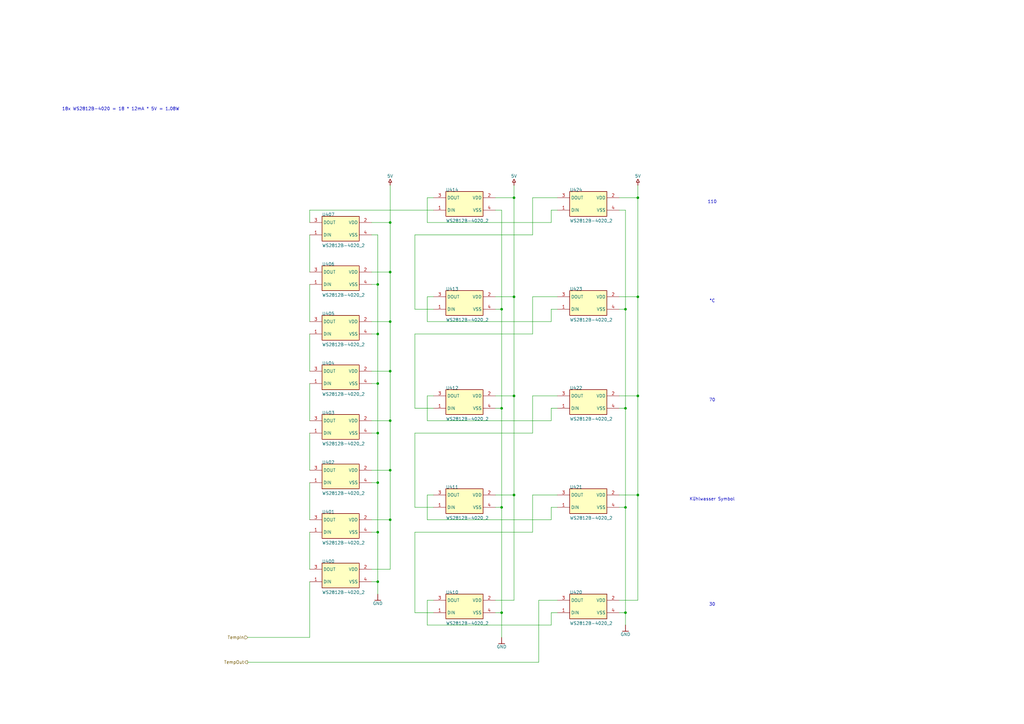
<source format=kicad_sch>
(kicad_sch (version 20231120) (generator "eeschema") (generator_version "8.0")
  (paper "A3")
  (lib_symbols
    (symbol "Speedometer_Tech-altium-import:5V_ARROW" (power)
      (property "Reference" "#PWR" (at 0 0 0))
      (property "Value" "5V" (at 0 3.81 0))
      (symbol "5V_ARROW_0_0"
        (polyline (pts (xy 0 0) (xy 0 -1.27)) (stroke (width 0.254)))
        (polyline (pts (xy -0.635 -1.27) (xy 0.635 -1.27) (xy 0 -2.54) (xy -0.635 -1.27)) (stroke (width 0.254)))
        (pin power_in line (at 0 0 0) (length 0) hide (name "5V") (number ""))
      )
    )
    (symbol "Speedometer_Tech-altium-import:Designator_0_WS2812B-4020_2"
      (symbol "Designator_0_WS2812B-4020_2_1_0"
        (rectangle (start 7.62 5.08) (end -7.62 -5.08) (stroke (width 0.254) (color 128 0 0 1)) (fill (type background)))
        (pin input line (at -12.7 -2.54 0) (length 5.08) (name "DIN") (number "1"))
        (pin power_in line (at 12.7 2.54 180) (length 5.08) (name "VDD") (number "2"))
        (pin output line (at -12.7 2.54 0) (length 5.08) (name "DOUT") (number "3"))
        (pin power_in line (at 12.7 -2.54 180) (length 5.08) (name "VSS") (number "4"))
      )
    )
    (symbol "Speedometer_Tech-altium-import:GND_BAR" (power)
      (property "Reference" "#PWR" (at 0 0 0))
      (property "Value" "GND" (at 0 3.81 0))
      (symbol "GND_BAR_0_0"
        (polyline (pts (xy -1.27 -2.54) (xy 1.27 -2.54)) (stroke (width 0.254)))
        (polyline (pts (xy 0 0) (xy 0 -2.54)) (stroke (width 0.254)))
        (pin power_in line (at 0 0 0) (length 0) hide (name "GND") (number ""))
      )
    )
  )
  (junction (at 154.94 177.6222))
  (junction (at 261.62 162.3822))
  (junction (at 210.82 162.3822))
  (junction (at 210.82 81.1022))
  (junction (at 154.94 238.5822))
  (junction (at 160.02 91.2622))
  (junction (at 160.02 111.5822))
  (junction (at 205.74 208.1022))
  (junction (at 205.74 251.2822))
  (junction (at 154.94 218.2622))
  (junction (at 261.62 121.7422))
  (junction (at 256.54 251.2822))
  (junction (at 154.94 116.6622))
  (junction (at 160.02 131.9022))
  (junction (at 256.54 126.8222))
  (junction (at 154.94 197.9422))
  (junction (at 261.62 203.0222))
  (junction (at 160.02 152.2222))
  (junction (at 160.02 213.1822))
  (junction (at 210.82 121.7422))
  (junction (at 160.02 192.8622))
  (junction (at 205.74 126.8222))
  (junction (at 256.54 208.1022))
  (junction (at 154.94 136.9822))
  (junction (at 154.94 157.3022))
  (junction (at 261.62 81.1022))
  (junction (at 210.82 203.0222))
  (junction (at 256.54 167.4622))
  (junction (at 205.74 167.4622))
  (junction (at 160.02 172.5422))
  (wire (pts (xy 261.62 81.1022) (xy 261.62 121.7422)))
  (wire (pts (xy 170.18 96.3422) (xy 170.18 126.8222)))
  (wire (pts (xy 175.26 121.7422) (xy 175.26 131.9022)))
  (wire (pts (xy 175.26 81.1022) (xy 175.26 91.2622)))
  (wire (pts (xy 160.02 91.2622) (xy 160.02 111.5822)))
  (wire (pts (xy 256.54 251.2822) (xy 256.54 256.3622)))
  (wire (pts (xy 152.4 157.3022) (xy 154.94 157.3022)))
  (wire (pts (xy 160.02 213.1822) (xy 160.02 233.5022)))
  (wire (pts (xy 152.4 192.8622) (xy 160.02 192.8622)))
  (wire (pts (xy 256.54 167.4622) (xy 256.54 208.1022)))
  (wire (pts (xy 152.4 111.5822) (xy 160.02 111.5822)))
  (wire (pts (xy 152.4 152.2222) (xy 160.02 152.2222)))
  (wire (pts (xy 256.54 208.1022) (xy 256.54 251.2822)))
  (wire (pts (xy 226.06 126.8222) (xy 228.6 126.8222)))
  (wire (pts (xy 152.4 197.9422) (xy 154.94 197.9422)))
  (wire (pts (xy 152.4 116.6622) (xy 154.94 116.6622)))
  (wire (pts (xy 177.8 162.3822) (xy 175.26 162.3822)))
  (wire (pts (xy 160.02 76.0222) (xy 160.02 91.2622)))
  (wire (pts (xy 228.6 121.7422) (xy 218.44 121.7422)))
  (wire (pts (xy 160.02 192.8622) (xy 160.02 213.1822)))
  (wire (pts (xy 127 111.5822) (xy 127 96.3422)))
  (wire (pts (xy 175.26 203.0222) (xy 175.26 213.1822)))
  (wire (pts (xy 261.62 121.7422) (xy 261.62 162.3822)))
  (wire (pts (xy 210.82 81.1022) (xy 210.82 76.0222)))
  (wire (pts (xy 203.2 121.7422) (xy 210.82 121.7422)))
  (wire (pts (xy 261.62 246.2022) (xy 254 246.2022)))
  (wire (pts (xy 127 218.2622) (xy 127 233.5022)))
  (wire (pts (xy 203.2 162.3822) (xy 210.82 162.3822)))
  (wire (pts (xy 218.44 203.0222) (xy 218.44 218.2622)))
  (wire (pts (xy 210.82 81.1022) (xy 210.82 121.7422)))
  (wire (pts (xy 160.02 152.2222) (xy 160.02 172.5422)))
  (wire (pts (xy 170.18 126.8222) (xy 177.8 126.8222)))
  (wire (pts (xy 228.6 203.0222) (xy 218.44 203.0222)))
  (wire (pts (xy 261.62 81.1022) (xy 261.62 76.0222)))
  (wire (pts (xy 203.2 208.1022) (xy 205.74 208.1022)))
  (wire (pts (xy 203.2 203.0222) (xy 210.82 203.0222)))
  (wire (pts (xy 254 251.2822) (xy 256.54 251.2822)))
  (wire (pts (xy 175.26 131.9022) (xy 226.06 131.9022)))
  (wire (pts (xy 218.44 96.3422) (xy 170.18 96.3422)))
  (wire (pts (xy 226.06 167.4622) (xy 228.6 167.4622)))
  (wire (pts (xy 254 121.7422) (xy 261.62 121.7422)))
  (wire (pts (xy 256.54 86.1822) (xy 256.54 126.8222)))
  (wire (pts (xy 261.62 162.3822) (xy 261.62 203.0222)))
  (wire (pts (xy 226.06 86.1822) (xy 228.6 86.1822)))
  (wire (pts (xy 218.44 81.1022) (xy 218.44 96.3422)))
  (wire (pts (xy 175.26 213.1822) (xy 226.06 213.1822)))
  (wire (pts (xy 154.94 177.6222) (xy 154.94 157.3022)))
  (wire (pts (xy 205.74 126.8222) (xy 205.74 167.4622)))
  (wire (pts (xy 175.26 256.3622) (xy 226.06 256.3622)))
  (wire (pts (xy 177.8 121.7422) (xy 175.26 121.7422)))
  (wire (pts (xy 226.06 208.1022) (xy 228.6 208.1022)))
  (wire (pts (xy 218.44 177.6222) (xy 170.18 177.6222)))
  (wire (pts (xy 226.06 256.3622) (xy 226.06 251.2822)))
  (wire (pts (xy 160.02 172.5422) (xy 160.02 192.8622)))
  (wire (pts (xy 177.8 246.2022) (xy 175.26 246.2022)))
  (wire (pts (xy 127 86.1822) (xy 177.8 86.1822)))
  (wire (pts (xy 210.82 203.0222) (xy 210.82 246.2022)))
  (wire (pts (xy 203.2 81.1022) (xy 210.82 81.1022)))
  (wire (pts (xy 152.4 238.5822) (xy 154.94 238.5822)))
  (wire (pts (xy 152.4 131.9022) (xy 160.02 131.9022)))
  (wire (pts (xy 261.62 203.0222) (xy 261.62 246.2022)))
  (wire (pts (xy 152.4 213.1822) (xy 160.02 213.1822)))
  (wire (pts (xy 152.4 177.6222) (xy 154.94 177.6222)))
  (wire (pts (xy 160.02 111.5822) (xy 160.02 131.9022)))
  (wire (pts (xy 160.02 233.5022) (xy 152.4 233.5022)))
  (wire (pts (xy 220.98 271.6022) (xy 101.6 271.6022)))
  (wire (pts (xy 154.94 238.5822) (xy 154.94 218.2622)))
  (wire (pts (xy 226.06 213.1822) (xy 226.06 208.1022)))
  (wire (pts (xy 203.2 126.8222) (xy 205.74 126.8222)))
  (wire (pts (xy 175.26 162.3822) (xy 175.26 172.5422)))
  (wire (pts (xy 154.94 116.6622) (xy 154.94 96.3422)))
  (wire (pts (xy 220.98 246.2022) (xy 220.98 271.6022)))
  (wire (pts (xy 210.82 121.7422) (xy 210.82 162.3822)))
  (wire (pts (xy 154.94 136.9822) (xy 154.94 116.6622)))
  (wire (pts (xy 228.6 162.3822) (xy 218.44 162.3822)))
  (wire (pts (xy 205.74 86.1822) (xy 205.74 126.8222)))
  (wire (pts (xy 254 86.1822) (xy 256.54 86.1822)))
  (wire (pts (xy 254 126.8222) (xy 256.54 126.8222)))
  (wire (pts (xy 170.18 136.9822) (xy 170.18 167.4622)))
  (wire (pts (xy 127 116.6622) (xy 127 131.9022)))
  (wire (pts (xy 127 91.2622) (xy 127 86.1822)))
  (wire (pts (xy 170.18 251.2822) (xy 177.8 251.2822)))
  (wire (pts (xy 154.94 197.9422) (xy 154.94 177.6222)))
  (wire (pts (xy 254 208.1022) (xy 256.54 208.1022)))
  (wire (pts (xy 226.06 91.2622) (xy 226.06 86.1822)))
  (wire (pts (xy 203.2 167.4622) (xy 205.74 167.4622)))
  (wire (pts (xy 127 261.4422) (xy 101.6 261.4422)))
  (wire (pts (xy 226.06 172.5422) (xy 226.06 167.4622)))
  (wire (pts (xy 254 167.4622) (xy 256.54 167.4622)))
  (wire (pts (xy 127 157.3022) (xy 127 172.5422)))
  (wire (pts (xy 154.94 243.6622) (xy 154.94 238.5822)))
  (wire (pts (xy 152.4 172.5422) (xy 160.02 172.5422)))
  (wire (pts (xy 256.54 126.8222) (xy 256.54 167.4622)))
  (wire (pts (xy 175.26 172.5422) (xy 226.06 172.5422)))
  (wire (pts (xy 205.74 251.2822) (xy 203.2 251.2822)))
  (wire (pts (xy 210.82 162.3822) (xy 210.82 203.0222)))
  (wire (pts (xy 127 213.1822) (xy 127 197.9422)))
  (wire (pts (xy 254 81.1022) (xy 261.62 81.1022)))
  (wire (pts (xy 152.4 218.2622) (xy 154.94 218.2622)))
  (wire (pts (xy 170.18 177.6222) (xy 170.18 208.1022)))
  (wire (pts (xy 177.8 203.0222) (xy 175.26 203.0222)))
  (wire (pts (xy 210.82 246.2022) (xy 203.2 246.2022)))
  (wire (pts (xy 127 136.9822) (xy 127 152.2222)))
  (wire (pts (xy 152.4 91.2622) (xy 160.02 91.2622)))
  (wire (pts (xy 154.94 96.3422) (xy 152.4 96.3422)))
  (wire (pts (xy 226.06 251.2822) (xy 228.6 251.2822)))
  (wire (pts (xy 152.4 136.9822) (xy 154.94 136.9822)))
  (wire (pts (xy 127 238.5822) (xy 127 261.4422)))
  (wire (pts (xy 177.8 81.1022) (xy 175.26 81.1022)))
  (wire (pts (xy 175.26 246.2022) (xy 175.26 256.3622)))
  (wire (pts (xy 254 203.0222) (xy 261.62 203.0222)))
  (wire (pts (xy 154.94 157.3022) (xy 154.94 136.9822)))
  (wire (pts (xy 127 177.6222) (xy 127 192.8622)))
  (wire (pts (xy 170.18 208.1022) (xy 177.8 208.1022)))
  (wire (pts (xy 154.94 218.2622) (xy 154.94 197.9422)))
  (wire (pts (xy 228.6 246.2022) (xy 220.98 246.2022)))
  (wire (pts (xy 175.26 91.2622) (xy 226.06 91.2622)))
  (wire (pts (xy 160.02 131.9022) (xy 160.02 152.2222)))
  (wire (pts (xy 203.2 86.1822) (xy 205.74 86.1822)))
  (wire (pts (xy 218.44 162.3822) (xy 218.44 177.6222)))
  (wire (pts (xy 228.6 81.1022) (xy 218.44 81.1022)))
  (wire (pts (xy 218.44 121.7422) (xy 218.44 136.9822)))
  (wire (pts (xy 254 162.3822) (xy 261.62 162.3822)))
  (wire (pts (xy 205.74 167.4622) (xy 205.74 208.1022)))
  (wire (pts (xy 205.74 251.2822) (xy 205.74 261.4422)))
  (wire (pts (xy 170.18 167.4622) (xy 177.8 167.4622)))
  (wire (pts (xy 218.44 218.2622) (xy 170.18 218.2622)))
  (wire (pts (xy 205.74 208.1022) (xy 205.74 251.2822)))
  (wire (pts (xy 218.44 136.9822) (xy 170.18 136.9822)))
  (wire (pts (xy 226.06 131.9022) (xy 226.06 126.8222)))
  (wire (pts (xy 170.18 218.2622) (xy 170.18 251.2822)))
  (text "18x WS2812B-4020 = 18 * 12mA * 5V = 1.08W" (at 25.4 45.5422 0) (effects (font (size 1.27 1.27)) (justify left bottom)))
  (text "°C" (at 292.1 124.2822 0) (effects (font (size 1.27 1.27)) (justify bottom)))
  (text "30" (at 292.1 248.7422 0) (effects (font (size 1.27 1.27)) (justify bottom)))
  (text "70" (at 292.1 164.9222 0) (effects (font (size 1.27 1.27)) (justify bottom)))
  (text "Kühlwasser Symbol" (at 292.1 205.5622 0) (effects (font (size 1.27 1.27)) (justify bottom)))
  (text "110" (at 292.1 83.6422 0) (effects (font (size 1.27 1.27)) (justify bottom)))
  (hierarchical_label "TempOut" (shape output) (at 101.6 271.6022 180))
  (hierarchical_label "TempIn" (shape input) (at 101.6 261.4422 180))
  (symbol (lib_id "Speedometer_Tech-altium-import:Designator_0_WS2812B-4020_2") (at 241.3 124.2822 0) (unit 1)
    (property "Reference" "U423" (at 233.68 119.2022 0) (effects (justify left bottom)))
    (property "Value" "WS2812B-4020_2" (at 233.68 131.9022 0) (effects (justify left bottom)))
    (property "Footprint" "LED_WS2812B-4020" (effects (hide yes)))
    (property "Description" "12mA RGB SMD,2x4mm Light Emitting Diodes" (effects (hide yes)))
    (property "PRICE" "None" (effects (hide yes)))
    (property "MP" "WS2812B-4020" (effects (hide yes)))
    (property "AVAILABILITY" "Not in stock" (effects (hide yes)))
    (property "SNAPEDA_LINK" "https://www.snapeda.com/parts/WS2812B-4020/Worldsemi/view-part/?ref=snap" (effects (hide yes)))
    (property "CHECK_PRICES" "https://www.snapeda.com/parts/WS2812B-4020/Worldsemi/view-part/?ref=eda" (effects (hide yes)))
    (property "ALTIUM_VALUE" "*" (effects (hide yes)))
    (property "PACKAGE" "Package" (effects (hide yes)))
    (property "MF" "Worldsemi" (effects (hide yes)))
  )
  (symbol (lib_id "Speedometer_Tech-altium-import:GND_BAR") (at 256.54 256.3622 0) (unit 1)
    (property "Reference" "#PWR?" (effects (hide yes)))
    (property "Value" "GND" (at 256.54 260.1722 0))
  )
  (symbol (lib_id "Speedometer_Tech-altium-import:5V_ARROW") (at 261.62 76.0222 180) (unit 1)
    (property "Reference" "#PWR?" (effects (hide yes)))
    (property "Value" "5V" (at 261.62 72.2122 0))
  )
  (symbol (lib_id "Speedometer_Tech-altium-import:5V_ARROW") (at 210.82 76.0222 180) (unit 1)
    (property "Reference" "#PWR?" (effects (hide yes)))
    (property "Value" "5V" (at 210.82 72.2122 0))
  )
  (symbol (lib_id "Speedometer_Tech-altium-import:Designator_0_WS2812B-4020_2") (at 139.7 215.7222 0) (unit 1)
    (property "Reference" "U401" (at 132.08 210.6422 0) (effects (justify left bottom)))
    (property "Value" "WS2812B-4020_2" (at 132.08 223.3422 0) (effects (justify left bottom)))
    (property "Footprint" "LED_WS2812B-4020" (effects (hide yes)))
    (property "Description" "12mA RGB SMD,2x4mm Light Emitting Diodes" (effects (hide yes)))
    (property "PRICE" "None" (effects (hide yes)))
    (property "MP" "WS2812B-4020" (effects (hide yes)))
    (property "AVAILABILITY" "Not in stock" (effects (hide yes)))
    (property "SNAPEDA_LINK" "https://www.snapeda.com/parts/WS2812B-4020/Worldsemi/view-part/?ref=snap" (effects (hide yes)))
    (property "CHECK_PRICES" "https://www.snapeda.com/parts/WS2812B-4020/Worldsemi/view-part/?ref=eda" (effects (hide yes)))
    (property "ALTIUM_VALUE" "*" (effects (hide yes)))
    (property "PACKAGE" "Package" (effects (hide yes)))
    (property "MF" "Worldsemi" (effects (hide yes)))
  )
  (symbol (lib_id "Speedometer_Tech-altium-import:Designator_0_WS2812B-4020_2") (at 241.3 248.7422 0) (unit 1)
    (property "Reference" "U420" (at 233.68 243.6622 0) (effects (justify left bottom)))
    (property "Value" "WS2812B-4020_2" (at 233.68 256.3622 0) (effects (justify left bottom)))
    (property "Footprint" "LED_WS2812B-4020" (effects (hide yes)))
    (property "Description" "12mA RGB SMD,2x4mm Light Emitting Diodes" (effects (hide yes)))
    (property "PRICE" "None" (effects (hide yes)))
    (property "MP" "WS2812B-4020" (effects (hide yes)))
    (property "AVAILABILITY" "Not in stock" (effects (hide yes)))
    (property "SNAPEDA_LINK" "https://www.snapeda.com/parts/WS2812B-4020/Worldsemi/view-part/?ref=snap" (effects (hide yes)))
    (property "CHECK_PRICES" "https://www.snapeda.com/parts/WS2812B-4020/Worldsemi/view-part/?ref=eda" (effects (hide yes)))
    (property "ALTIUM_VALUE" "*" (effects (hide yes)))
    (property "PACKAGE" "Package" (effects (hide yes)))
    (property "MF" "Worldsemi" (effects (hide yes)))
  )
  (symbol (lib_id "Speedometer_Tech-altium-import:5V_ARROW") (at 160.02 76.0222 180) (unit 1)
    (property "Reference" "#PWR?" (effects (hide yes)))
    (property "Value" "5V" (at 160.02 72.2122 0))
  )
  (symbol (lib_id "Speedometer_Tech-altium-import:Designator_0_WS2812B-4020_2") (at 190.5 124.2822 0) (unit 1)
    (property "Reference" "U413" (at 182.88 119.2022 0) (effects (justify left bottom)))
    (property "Value" "WS2812B-4020_2" (at 182.88 131.9022 0) (effects (justify left bottom)))
    (property "Footprint" "LED_WS2812B-4020" (effects (hide yes)))
    (property "Description" "12mA RGB SMD,2x4mm Light Emitting Diodes" (effects (hide yes)))
    (property "PRICE" "None" (effects (hide yes)))
    (property "MP" "WS2812B-4020" (effects (hide yes)))
    (property "AVAILABILITY" "Not in stock" (effects (hide yes)))
    (property "SNAPEDA_LINK" "https://www.snapeda.com/parts/WS2812B-4020/Worldsemi/view-part/?ref=snap" (effects (hide yes)))
    (property "CHECK_PRICES" "https://www.snapeda.com/parts/WS2812B-4020/Worldsemi/view-part/?ref=eda" (effects (hide yes)))
    (property "ALTIUM_VALUE" "*" (effects (hide yes)))
    (property "PACKAGE" "Package" (effects (hide yes)))
    (property "MF" "Worldsemi" (effects (hide yes)))
  )
  (symbol (lib_id "Speedometer_Tech-altium-import:Designator_0_WS2812B-4020_2") (at 139.7 175.0822 0) (unit 1)
    (property "Reference" "U403" (at 132.08 170.0022 0) (effects (justify left bottom)))
    (property "Value" "WS2812B-4020_2" (at 132.08 182.7022 0) (effects (justify left bottom)))
    (property "Footprint" "LED_WS2812B-4020" (effects (hide yes)))
    (property "Description" "12mA RGB SMD,2x4mm Light Emitting Diodes" (effects (hide yes)))
    (property "PRICE" "None" (effects (hide yes)))
    (property "MP" "WS2812B-4020" (effects (hide yes)))
    (property "AVAILABILITY" "Not in stock" (effects (hide yes)))
    (property "SNAPEDA_LINK" "https://www.snapeda.com/parts/WS2812B-4020/Worldsemi/view-part/?ref=snap" (effects (hide yes)))
    (property "CHECK_PRICES" "https://www.snapeda.com/parts/WS2812B-4020/Worldsemi/view-part/?ref=eda" (effects (hide yes)))
    (property "ALTIUM_VALUE" "*" (effects (hide yes)))
    (property "PACKAGE" "Package" (effects (hide yes)))
    (property "MF" "Worldsemi" (effects (hide yes)))
  )
  (symbol (lib_id "Speedometer_Tech-altium-import:Designator_0_WS2812B-4020_2") (at 139.7 236.0422 0) (unit 1)
    (property "Reference" "U400" (at 132.08 230.9622 0) (effects (justify left bottom)))
    (property "Value" "WS2812B-4020_2" (at 132.08 243.6622 0) (effects (justify left bottom)))
    (property "Footprint" "LED_WS2812B-4020" (effects (hide yes)))
    (property "Description" "12mA RGB SMD,2x4mm Light Emitting Diodes" (effects (hide yes)))
    (property "PRICE" "None" (effects (hide yes)))
    (property "MP" "WS2812B-4020" (effects (hide yes)))
    (property "AVAILABILITY" "Not in stock" (effects (hide yes)))
    (property "SNAPEDA_LINK" "https://www.snapeda.com/parts/WS2812B-4020/Worldsemi/view-part/?ref=snap" (effects (hide yes)))
    (property "CHECK_PRICES" "https://www.snapeda.com/parts/WS2812B-4020/Worldsemi/view-part/?ref=eda" (effects (hide yes)))
    (property "ALTIUM_VALUE" "*" (effects (hide yes)))
    (property "PACKAGE" "Package" (effects (hide yes)))
    (property "MF" "Worldsemi" (effects (hide yes)))
  )
  (symbol (lib_id "Speedometer_Tech-altium-import:Designator_0_WS2812B-4020_2") (at 139.7 93.8022 0) (unit 1)
    (property "Reference" "U407" (at 132.08 88.7222 0) (effects (justify left bottom)))
    (property "Value" "WS2812B-4020_2" (at 132.08 101.4222 0) (effects (justify left bottom)))
    (property "Footprint" "LED_WS2812B-4020" (effects (hide yes)))
    (property "Description" "12mA RGB SMD,2x4mm Light Emitting Diodes" (effects (hide yes)))
    (property "PRICE" "None" (effects (hide yes)))
    (property "MP" "WS2812B-4020" (effects (hide yes)))
    (property "AVAILABILITY" "Not in stock" (effects (hide yes)))
    (property "SNAPEDA_LINK" "https://www.snapeda.com/parts/WS2812B-4020/Worldsemi/view-part/?ref=snap" (effects (hide yes)))
    (property "CHECK_PRICES" "https://www.snapeda.com/parts/WS2812B-4020/Worldsemi/view-part/?ref=eda" (effects (hide yes)))
    (property "ALTIUM_VALUE" "*" (effects (hide yes)))
    (property "PACKAGE" "Package" (effects (hide yes)))
    (property "MF" "Worldsemi" (effects (hide yes)))
  )
  (symbol (lib_id "Speedometer_Tech-altium-import:GND_BAR") (at 205.74 261.4422 0) (unit 1)
    (property "Reference" "#PWR?" (effects (hide yes)))
    (property "Value" "GND" (at 205.74 265.2522 0))
  )
  (symbol (lib_id "Speedometer_Tech-altium-import:Designator_0_WS2812B-4020_2") (at 190.5 83.6422 0) (unit 1)
    (property "Reference" "U414" (at 182.88 78.5622 0) (effects (justify left bottom)))
    (property "Value" "WS2812B-4020_2" (at 182.88 91.2622 0) (effects (justify left bottom)))
    (property "Footprint" "LED_WS2812B-4020" (effects (hide yes)))
    (property "Description" "12mA RGB SMD,2x4mm Light Emitting Diodes" (effects (hide yes)))
    (property "PRICE" "None" (effects (hide yes)))
    (property "MP" "WS2812B-4020" (effects (hide yes)))
    (property "AVAILABILITY" "Not in stock" (effects (hide yes)))
    (property "SNAPEDA_LINK" "https://www.snapeda.com/parts/WS2812B-4020/Worldsemi/view-part/?ref=snap" (effects (hide yes)))
    (property "CHECK_PRICES" "https://www.snapeda.com/parts/WS2812B-4020/Worldsemi/view-part/?ref=eda" (effects (hide yes)))
    (property "ALTIUM_VALUE" "*" (effects (hide yes)))
    (property "PACKAGE" "Package" (effects (hide yes)))
    (property "MF" "Worldsemi" (effects (hide yes)))
  )
  (symbol (lib_id "Speedometer_Tech-altium-import:Designator_0_WS2812B-4020_2") (at 139.7 195.4022 0) (unit 1)
    (property "Reference" "U402" (at 132.08 190.3222 0) (effects (justify left bottom)))
    (property "Value" "WS2812B-4020_2" (at 132.08 203.0222 0) (effects (justify left bottom)))
    (property "Footprint" "LED_WS2812B-4020" (effects (hide yes)))
    (property "Description" "12mA RGB SMD,2x4mm Light Emitting Diodes" (effects (hide yes)))
    (property "PRICE" "None" (effects (hide yes)))
    (property "MP" "WS2812B-4020" (effects (hide yes)))
    (property "AVAILABILITY" "Not in stock" (effects (hide yes)))
    (property "SNAPEDA_LINK" "https://www.snapeda.com/parts/WS2812B-4020/Worldsemi/view-part/?ref=snap" (effects (hide yes)))
    (property "CHECK_PRICES" "https://www.snapeda.com/parts/WS2812B-4020/Worldsemi/view-part/?ref=eda" (effects (hide yes)))
    (property "ALTIUM_VALUE" "*" (effects (hide yes)))
    (property "PACKAGE" "Package" (effects (hide yes)))
    (property "MF" "Worldsemi" (effects (hide yes)))
  )
  (symbol (lib_id "Speedometer_Tech-altium-import:Designator_0_WS2812B-4020_2") (at 190.5 248.7422 0) (unit 1)
    (property "Reference" "U410" (at 182.88 243.6622 0) (effects (justify left bottom)))
    (property "Value" "WS2812B-4020_2" (at 182.88 256.3622 0) (effects (justify left bottom)))
    (property "Footprint" "LED_WS2812B-4020" (effects (hide yes)))
    (property "Description" "12mA RGB SMD,2x4mm Light Emitting Diodes" (effects (hide yes)))
    (property "PRICE" "None" (effects (hide yes)))
    (property "MP" "WS2812B-4020" (effects (hide yes)))
    (property "AVAILABILITY" "Not in stock" (effects (hide yes)))
    (property "SNAPEDA_LINK" "https://www.snapeda.com/parts/WS2812B-4020/Worldsemi/view-part/?ref=snap" (effects (hide yes)))
    (property "CHECK_PRICES" "https://www.snapeda.com/parts/WS2812B-4020/Worldsemi/view-part/?ref=eda" (effects (hide yes)))
    (property "ALTIUM_VALUE" "*" (effects (hide yes)))
    (property "PACKAGE" "Package" (effects (hide yes)))
    (property "MF" "Worldsemi" (effects (hide yes)))
  )
  (symbol (lib_id "Speedometer_Tech-altium-import:Designator_0_WS2812B-4020_2") (at 241.3 83.6422 0) (unit 1)
    (property "Reference" "U424" (at 233.68 78.5622 0) (effects (justify left bottom)))
    (property "Value" "WS2812B-4020_2" (at 233.68 91.2622 0) (effects (justify left bottom)))
    (property "Footprint" "LED_WS2812B-4020" (effects (hide yes)))
    (property "Description" "12mA RGB SMD,2x4mm Light Emitting Diodes" (effects (hide yes)))
    (property "PRICE" "None" (effects (hide yes)))
    (property "MP" "WS2812B-4020" (effects (hide yes)))
    (property "AVAILABILITY" "Not in stock" (effects (hide yes)))
    (property "SNAPEDA_LINK" "https://www.snapeda.com/parts/WS2812B-4020/Worldsemi/view-part/?ref=snap" (effects (hide yes)))
    (property "CHECK_PRICES" "https://www.snapeda.com/parts/WS2812B-4020/Worldsemi/view-part/?ref=eda" (effects (hide yes)))
    (property "ALTIUM_VALUE" "*" (effects (hide yes)))
    (property "PACKAGE" "Package" (effects (hide yes)))
    (property "MF" "Worldsemi" (effects (hide yes)))
  )
  (symbol (lib_id "Speedometer_Tech-altium-import:Designator_0_WS2812B-4020_2") (at 241.3 164.9222 0) (unit 1)
    (property "Reference" "U422" (at 233.68 159.8422 0) (effects (justify left bottom)))
    (property "Value" "WS2812B-4020_2" (at 233.68 172.5422 0) (effects (justify left bottom)))
    (property "Footprint" "LED_WS2812B-4020" (effects (hide yes)))
    (property "Description" "12mA RGB SMD,2x4mm Light Emitting Diodes" (effects (hide yes)))
    (property "PRICE" "None" (effects (hide yes)))
    (property "MP" "WS2812B-4020" (effects (hide yes)))
    (property "AVAILABILITY" "Not in stock" (effects (hide yes)))
    (property "SNAPEDA_LINK" "https://www.snapeda.com/parts/WS2812B-4020/Worldsemi/view-part/?ref=snap" (effects (hide yes)))
    (property "CHECK_PRICES" "https://www.snapeda.com/parts/WS2812B-4020/Worldsemi/view-part/?ref=eda" (effects (hide yes)))
    (property "ALTIUM_VALUE" "*" (effects (hide yes)))
    (property "PACKAGE" "Package" (effects (hide yes)))
    (property "MF" "Worldsemi" (effects (hide yes)))
  )
  (symbol (lib_id "Speedometer_Tech-altium-import:Designator_0_WS2812B-4020_2") (at 139.7 154.7622 0) (unit 1)
    (property "Reference" "U404" (at 132.08 149.6822 0) (effects (justify left bottom)))
    (property "Value" "WS2812B-4020_2" (at 132.08 162.3822 0) (effects (justify left bottom)))
    (property "Footprint" "LED_WS2812B-4020" (effects (hide yes)))
    (property "Description" "12mA RGB SMD,2x4mm Light Emitting Diodes" (effects (hide yes)))
    (property "PRICE" "None" (effects (hide yes)))
    (property "MP" "WS2812B-4020" (effects (hide yes)))
    (property "AVAILABILITY" "Not in stock" (effects (hide yes)))
    (property "SNAPEDA_LINK" "https://www.snapeda.com/parts/WS2812B-4020/Worldsemi/view-part/?ref=snap" (effects (hide yes)))
    (property "CHECK_PRICES" "https://www.snapeda.com/parts/WS2812B-4020/Worldsemi/view-part/?ref=eda" (effects (hide yes)))
    (property "ALTIUM_VALUE" "*" (effects (hide yes)))
    (property "PACKAGE" "Package" (effects (hide yes)))
    (property "MF" "Worldsemi" (effects (hide yes)))
  )
  (symbol (lib_id "Speedometer_Tech-altium-import:GND_BAR") (at 154.94 243.6622 0) (unit 1)
    (property "Reference" "#PWR?" (effects (hide yes)))
    (property "Value" "GND" (at 154.94 247.4722 0))
  )
  (symbol (lib_id "Speedometer_Tech-altium-import:Designator_0_WS2812B-4020_2") (at 241.3 205.5622 0) (unit 1)
    (property "Reference" "U421" (at 233.68 200.4822 0) (effects (justify left bottom)))
    (property "Value" "WS2812B-4020_2" (at 233.68 213.1822 0) (effects (justify left bottom)))
    (property "Footprint" "LED_WS2812B-4020" (effects (hide yes)))
    (property "Description" "12mA RGB SMD,2x4mm Light Emitting Diodes" (effects (hide yes)))
    (property "PRICE" "None" (effects (hide yes)))
    (property "MP" "WS2812B-4020" (effects (hide yes)))
    (property "AVAILABILITY" "Not in stock" (effects (hide yes)))
    (property "SNAPEDA_LINK" "https://www.snapeda.com/parts/WS2812B-4020/Worldsemi/view-part/?ref=snap" (effects (hide yes)))
    (property "CHECK_PRICES" "https://www.snapeda.com/parts/WS2812B-4020/Worldsemi/view-part/?ref=eda" (effects (hide yes)))
    (property "ALTIUM_VALUE" "*" (effects (hide yes)))
    (property "PACKAGE" "Package" (effects (hide yes)))
    (property "MF" "Worldsemi" (effects (hide yes)))
  )
  (symbol (lib_id "Speedometer_Tech-altium-import:Designator_0_WS2812B-4020_2") (at 139.7 134.4422 0) (unit 1)
    (property "Reference" "U405" (at 132.08 129.3622 0) (effects (justify left bottom)))
    (property "Value" "WS2812B-4020_2" (at 132.08 142.0622 0) (effects (justify left bottom)))
    (property "Footprint" "LED_WS2812B-4020" (effects (hide yes)))
    (property "Description" "12mA RGB SMD,2x4mm Light Emitting Diodes" (effects (hide yes)))
    (property "PRICE" "None" (effects (hide yes)))
    (property "MP" "WS2812B-4020" (effects (hide yes)))
    (property "AVAILABILITY" "Not in stock" (effects (hide yes)))
    (property "SNAPEDA_LINK" "https://www.snapeda.com/parts/WS2812B-4020/Worldsemi/view-part/?ref=snap" (effects (hide yes)))
    (property "CHECK_PRICES" "https://www.snapeda.com/parts/WS2812B-4020/Worldsemi/view-part/?ref=eda" (effects (hide yes)))
    (property "ALTIUM_VALUE" "*" (effects (hide yes)))
    (property "PACKAGE" "Package" (effects (hide yes)))
    (property "MF" "Worldsemi" (effects (hide yes)))
  )
  (symbol (lib_id "Speedometer_Tech-altium-import:Designator_0_WS2812B-4020_2") (at 139.7 114.1222 0) (unit 1)
    (property "Reference" "U406" (at 132.08 109.0422 0) (effects (justify left bottom)))
    (property "Value" "WS2812B-4020_2" (at 132.08 121.7422 0) (effects (justify left bottom)))
    (property "Footprint" "LED_WS2812B-4020" (effects (hide yes)))
    (property "Description" "12mA RGB SMD,2x4mm Light Emitting Diodes" (effects (hide yes)))
    (property "PRICE" "None" (effects (hide yes)))
    (property "MP" "WS2812B-4020" (effects (hide yes)))
    (property "AVAILABILITY" "Not in stock" (effects (hide yes)))
    (property "SNAPEDA_LINK" "https://www.snapeda.com/parts/WS2812B-4020/Worldsemi/view-part/?ref=snap" (effects (hide yes)))
    (property "CHECK_PRICES" "https://www.snapeda.com/parts/WS2812B-4020/Worldsemi/view-part/?ref=eda" (effects (hide yes)))
    (property "ALTIUM_VALUE" "*" (effects (hide yes)))
    (property "PACKAGE" "Package" (effects (hide yes)))
    (property "MF" "Worldsemi" (effects (hide yes)))
  )
  (symbol (lib_id "Speedometer_Tech-altium-import:Designator_0_WS2812B-4020_2") (at 190.5 164.9222 0) (unit 1)
    (property "Reference" "U412" (at 182.88 159.8422 0) (effects (justify left bottom)))
    (property "Value" "WS2812B-4020_2" (at 182.88 172.5422 0) (effects (justify left bottom)))
    (property "Footprint" "LED_WS2812B-4020" (effects (hide yes)))
    (property "Description" "12mA RGB SMD,2x4mm Light Emitting Diodes" (effects (hide yes)))
    (property "PRICE" "None" (effects (hide yes)))
    (property "MP" "WS2812B-4020" (effects (hide yes)))
    (property "AVAILABILITY" "Not in stock" (effects (hide yes)))
    (property "SNAPEDA_LINK" "https://www.snapeda.com/parts/WS2812B-4020/Worldsemi/view-part/?ref=snap" (effects (hide yes)))
    (property "CHECK_PRICES" "https://www.snapeda.com/parts/WS2812B-4020/Worldsemi/view-part/?ref=eda" (effects (hide yes)))
    (property "ALTIUM_VALUE" "*" (effects (hide yes)))
    (property "PACKAGE" "Package" (effects (hide yes)))
    (property "MF" "Worldsemi" (effects (hide yes)))
  )
  (symbol (lib_id "Speedometer_Tech-altium-import:Designator_0_WS2812B-4020_2") (at 190.5 205.5622 0) (unit 1)
    (property "Reference" "U411" (at 182.88 200.4822 0) (effects (justify left bottom)))
    (property "Value" "WS2812B-4020_2" (at 182.88 213.1822 0) (effects (justify left bottom)))
    (property "Footprint" "LED_WS2812B-4020" (effects (hide yes)))
    (property "Description" "12mA RGB SMD,2x4mm Light Emitting Diodes" (effects (hide yes)))
    (property "PRICE" "None" (effects (hide yes)))
    (property "MP" "WS2812B-4020" (effects (hide yes)))
    (property "AVAILABILITY" "Not in stock" (effects (hide yes)))
    (property "SNAPEDA_LINK" "https://www.snapeda.com/parts/WS2812B-4020/Worldsemi/view-part/?ref=snap" (effects (hide yes)))
    (property "CHECK_PRICES" "https://www.snapeda.com/parts/WS2812B-4020/Worldsemi/view-part/?ref=eda" (effects (hide yes)))
    (property "ALTIUM_VALUE" "*" (effects (hide yes)))
    (property "PACKAGE" "Package" (effects (hide yes)))
    (property "MF" "Worldsemi" (effects (hide yes)))
  )
)
</source>
